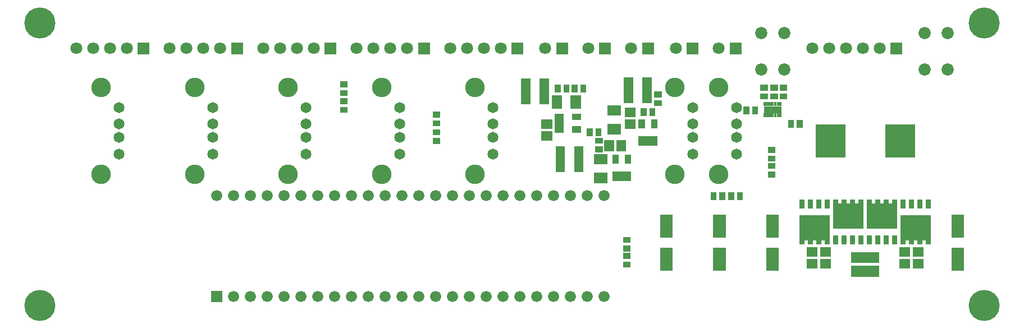
<source format=gbr>
G04 start of page 8 for group -4063 idx -4063 *
G04 Title: uart, componentmask *
G04 Creator: pcb 20140316 *
G04 CreationDate: Wed 16 Jan 2019 07:50:34 AM GMT UTC *
G04 For: brian *
G04 Format: Gerber/RS-274X *
G04 PCB-Dimensions (mil): 9000.00 5000.00 *
G04 PCB-Coordinate-Origin: lower left *
%MOIN*%
%FSLAX25Y25*%
%LNTOPMASK*%
%ADD169R,0.0138X0.0138*%
%ADD168R,0.0236X0.0236*%
%ADD167R,0.1772X0.1772*%
%ADD166R,0.0650X0.0650*%
%ADD165R,0.0221X0.0221*%
%ADD164R,0.0402X0.0402*%
%ADD163R,0.0614X0.0614*%
%ADD162R,0.0551X0.0551*%
%ADD161R,0.0380X0.0380*%
%ADD160R,0.0355X0.0355*%
%ADD159R,0.0572X0.0572*%
%ADD158R,0.0748X0.0748*%
%ADD157R,0.1516X0.1516*%
%ADD156R,0.0294X0.0294*%
%ADD155R,0.0200X0.0200*%
%ADD154R,0.0280X0.0280*%
%ADD153C,0.0660*%
%ADD152C,0.1161*%
%ADD151C,0.0650*%
%ADD150C,0.1850*%
%ADD149C,0.0728*%
%ADD148C,0.0710*%
%ADD147C,0.0001*%
G54D147*G36*
X645950Y368550D02*Y361450D01*
X653050D01*
Y368550D01*
X645950D01*
G37*
G54D148*X639500Y365000D03*
G54D149*X666110Y374000D03*
X679890D03*
X666110Y352346D03*
X679890D03*
G54D148*X629500Y365000D03*
X619500D03*
G54D150*X701500Y380000D03*
Y212000D03*
G54D148*X609500Y365000D03*
G54D147*G36*
X524950Y368550D02*Y361450D01*
X532050D01*
Y368550D01*
X524950D01*
G37*
G54D148*X518500Y365000D03*
G54D147*G36*
X550450Y368550D02*Y361450D01*
X557550D01*
Y368550D01*
X550450D01*
G37*
G54D148*X544000Y365000D03*
X599500D03*
G54D149*X569110Y374000D03*
X582890D03*
Y352346D03*
X569110D03*
G54D151*X554500Y329780D03*
Y312063D03*
X528500D03*
X554500Y302220D03*
G54D152*X543831Y290134D03*
G54D151*X528500Y302220D03*
G54D152*X517831Y290134D03*
G54D151*X554500Y319937D03*
G54D152*X543831Y341866D03*
G54D151*X528500Y329780D03*
Y319937D03*
G54D152*X517831Y341866D03*
G54D147*G36*
X242700Y220800D02*Y214200D01*
X249300D01*
Y220800D01*
X242700D01*
G37*
G54D153*X256000Y217500D03*
X266000D03*
X276000D03*
X286000D03*
X296000D03*
X306000D03*
X316000D03*
X326000D03*
X336000D03*
X346000D03*
X356000D03*
X366000D03*
X376000D03*
X386000D03*
X396000D03*
X406000D03*
X416000D03*
X406000Y277500D03*
X396000D03*
X386000D03*
X376000D03*
X366000D03*
X356000D03*
X346000D03*
X336000D03*
X326000D03*
X316000D03*
X306000D03*
X296000D03*
X286000D03*
X276000D03*
X266000D03*
X256000D03*
X246000D03*
X426000Y217500D03*
X436000D03*
X446000D03*
X456000D03*
X466000D03*
X476000D03*
Y277500D03*
X466000D03*
X456000D03*
X446000D03*
X436000D03*
X426000D03*
X416000D03*
G54D151*X410000Y329780D03*
G54D152*X399331Y341866D03*
G54D151*X410000Y319937D03*
Y312063D03*
Y302220D03*
G54D152*X399331Y290134D03*
G54D147*G36*
X447450Y368550D02*Y361450D01*
X454550D01*
Y368550D01*
X447450D01*
G37*
G54D148*X441000Y365000D03*
G54D147*G36*
X420950Y368550D02*Y361450D01*
X428050D01*
Y368550D01*
X420950D01*
G37*
G54D148*X414500Y365000D03*
G54D147*G36*
X472950Y368550D02*Y361450D01*
X480050D01*
Y368550D01*
X472950D01*
G37*
G54D148*X466500Y365000D03*
G54D147*G36*
X498450Y368550D02*Y361450D01*
X505550D01*
Y368550D01*
X498450D01*
G37*
G54D148*X492000Y365000D03*
X404500D03*
X394500D03*
X384500D03*
G54D147*G36*
X365450Y368550D02*Y361450D01*
X372550D01*
Y368550D01*
X365450D01*
G37*
G54D148*X359000Y365000D03*
X349000D03*
X339000D03*
X329000D03*
G54D151*X354500Y329780D03*
G54D152*X343831Y341866D03*
G54D147*G36*
X309950Y368550D02*Y361450D01*
X317050D01*
Y368550D01*
X309950D01*
G37*
G54D148*X303500Y365000D03*
X293500D03*
X283500D03*
X273500D03*
G54D147*G36*
X254450Y368550D02*Y361450D01*
X261550D01*
Y368550D01*
X254450D01*
G37*
G54D148*X248000Y365000D03*
X238000D03*
X228000D03*
X218000D03*
G54D147*G36*
X198950Y368550D02*Y361450D01*
X206050D01*
Y368550D01*
X198950D01*
G37*
G54D148*X192500Y365000D03*
X182500D03*
X172500D03*
X162500D03*
G54D150*X141000Y380000D03*
G54D151*X354500Y319937D03*
X299000D03*
Y312063D03*
Y302220D03*
G54D152*X288331Y290134D03*
G54D151*X354500Y312063D03*
Y302220D03*
G54D152*X343831Y290134D03*
G54D151*X299000Y329780D03*
G54D152*X288331Y341866D03*
G54D151*X243500Y329780D03*
Y319937D03*
Y312063D03*
Y302220D03*
X188000D03*
G54D152*X232831Y341866D03*
G54D151*X188000Y329780D03*
Y319937D03*
Y312063D03*
G54D152*X177331Y341866D03*
X232831Y290134D03*
X177331D03*
G54D150*X141000Y212000D03*
G54D154*X593500Y264476D02*Y249791D01*
G54D155*Y251051D02*Y250035D01*
G54D154*X598500Y264476D02*Y249791D01*
G54D155*Y251051D02*Y250035D01*
G54D156*X594823Y256803D02*Y254646D01*
Y263276D02*Y261118D01*
G54D154*X603500Y264476D02*Y249791D01*
G54D155*Y251051D02*Y250035D01*
G54D154*X608500Y264476D02*Y249791D01*
G54D155*Y251051D02*Y250035D01*
G54D157*X599681Y258295D02*X602319D01*
G54D156*X598941Y256803D02*Y254646D01*
Y263276D02*Y261118D01*
X603059Y256803D02*Y254646D01*
G54D154*X628500Y273709D02*Y259024D01*
G54D155*Y273465D02*Y272449D01*
G54D154*X623500Y273709D02*Y259024D01*
G54D155*Y273465D02*Y272449D01*
G54D154*X618500Y273709D02*Y259024D01*
G54D155*Y273465D02*Y272449D01*
G54D154*X613500Y273709D02*Y259024D01*
G54D156*X614823Y268854D02*Y266697D01*
Y262382D02*Y260224D01*
X627177Y268854D02*Y266697D01*
Y262382D02*Y260224D01*
G54D157*X619681Y265205D02*X622319D01*
G54D156*X623059Y268854D02*Y266697D01*
Y262382D02*Y260224D01*
X618941Y268854D02*Y266697D01*
Y262382D02*Y260224D01*
G54D155*X613500Y273465D02*Y272449D01*
G54D154*X608500Y273752D02*Y271146D01*
G54D156*X603059Y263276D02*Y261118D01*
X607177Y256803D02*Y254646D01*
Y263276D02*Y261118D01*
G54D158*X544500Y262492D02*Y256193D01*
X576000Y262492D02*Y256193D01*
Y242807D02*Y236508D01*
G54D159*X607107Y244043D02*X607893D01*
X607107Y236957D02*X607893D01*
X599107Y244043D02*X599893D01*
X599107Y236957D02*X599893D01*
G54D158*X513000Y262492D02*Y256193D01*
Y242807D02*Y236508D01*
X544500Y242807D02*Y236508D01*
G54D160*X489008Y245941D02*X489992D01*
X489008Y251059D02*X489992D01*
X489008Y241559D02*X489992D01*
X489008Y236441D02*X489992D01*
G54D161*X498300Y310700D02*Y309100D01*
X502000Y310700D02*Y309100D01*
X505700Y310700D02*Y309100D01*
G54D162*X429488Y344421D02*Y334579D01*
G54D159*X441607Y312957D02*X442393D01*
X441607Y320043D02*X442393D01*
G54D161*X448600Y316800D02*X450200D01*
X448600Y324200D02*X450200D01*
X448600Y320500D02*X450200D01*
X458800Y316800D02*X460400D01*
X458800Y324200D02*X460400D01*
G54D163*X481094Y316870D02*X482906D01*
G54D160*X467441Y315492D02*Y314508D01*
X472559Y315492D02*Y314508D01*
G54D161*X505700Y320900D02*Y319300D01*
X498300Y320900D02*Y319300D01*
G54D159*X491107Y319957D02*X491893D01*
G54D160*X448441Y341492D02*Y340508D01*
G54D163*X447870Y333906D02*Y332094D01*
G54D162*X449988Y303921D02*Y294079D01*
X440512Y344421D02*Y334579D01*
G54D160*X453559Y341492D02*Y340508D01*
X458441Y341492D02*Y340508D01*
X463559Y341492D02*Y340508D01*
G54D163*X459130Y333906D02*Y332094D01*
G54D162*X461012Y303921D02*Y294079D01*
G54D163*X473094Y287870D02*X474906D01*
X473094Y299130D02*X474906D01*
G54D160*X472508Y310059D02*X473492D01*
G54D163*X481094Y328130D02*X482906D01*
G54D160*X472508Y304941D02*X473492D01*
G54D159*X478957Y307393D02*Y306607D01*
X486043Y307393D02*Y306607D01*
G54D161*X482800Y289700D02*Y288100D01*
X486500Y289700D02*Y288100D01*
X490200Y289700D02*Y288100D01*
Y299900D02*Y298300D01*
X482800Y299900D02*Y298300D01*
G54D162*X490488Y344921D02*Y335079D01*
X501512Y344921D02*Y335079D01*
G54D160*X504559Y327492D02*Y326508D01*
X499441Y327492D02*Y326508D01*
X507508Y337559D02*X508492D01*
X507508Y332441D02*X508492D01*
G54D159*X491107Y327043D02*X491893D01*
G54D164*X572850Y328500D02*X579150D01*
G54D160*X560441Y328492D02*Y327508D01*
X565559Y328492D02*Y327508D01*
X586941Y320492D02*Y319508D01*
X592059Y320492D02*Y319508D01*
X582008Y336441D02*X582992D01*
X582008Y341559D02*X582992D01*
X570508Y336441D02*X571492D01*
X570508Y341559D02*X571492D01*
X576508Y336441D02*X577492D01*
X576508Y341559D02*X577492D01*
X376008Y315059D02*X376992D01*
X376008Y309941D02*X376992D01*
X376008Y320441D02*X376992D01*
X376008Y325559D02*X376992D01*
X321008Y333559D02*X321992D01*
X321008Y338441D02*X321992D01*
X321008Y328441D02*X321992D01*
X321008Y343559D02*X321992D01*
G54D154*X593500Y273752D02*Y271146D01*
G54D165*Y273858D02*Y271850D01*
G54D154*X598500Y273752D02*Y271146D01*
G54D165*Y273858D02*Y271850D01*
G54D154*X603500Y273752D02*Y271146D01*
G54D165*Y273858D02*Y271850D01*
X608500Y273858D02*Y271850D01*
G54D160*X546059Y277492D02*Y276508D01*
X551441Y277492D02*Y276508D01*
X556559Y277492D02*Y276508D01*
X540941Y277492D02*Y276508D01*
G54D166*X625882Y240634D02*X636118D01*
X625882Y232366D02*X636118D01*
G54D154*X628500Y252354D02*Y249748D01*
G54D165*Y251650D02*Y249642D01*
G54D154*X638500Y252354D02*Y249748D01*
G54D165*Y251650D02*Y249642D01*
G54D154*X633500Y252354D02*Y249748D01*
G54D165*Y251650D02*Y249642D01*
G54D154*X623500Y252354D02*Y249748D01*
G54D165*Y251650D02*Y249642D01*
G54D154*X618500Y252354D02*Y249748D01*
G54D165*Y251650D02*Y249642D01*
G54D154*X613500Y252354D02*Y249748D01*
G54D165*Y251650D02*Y249642D01*
G54D154*X658500Y264476D02*Y249791D01*
G54D156*X658941Y256803D02*Y254646D01*
Y263276D02*Y261118D01*
G54D154*X668500Y264476D02*Y249791D01*
G54D155*Y251051D02*Y250035D01*
G54D157*X659681Y258295D02*X662319D01*
G54D156*X654823Y263276D02*Y261118D01*
X663059Y263276D02*Y261118D01*
X667177Y256803D02*Y254646D01*
Y263276D02*Y261118D01*
G54D154*X653500Y264476D02*Y249791D01*
G54D155*Y251051D02*Y250035D01*
G54D156*X654823Y256803D02*Y254646D01*
G54D159*X654107Y244043D02*X654893D01*
X654107Y236957D02*X654893D01*
G54D155*X658500Y251051D02*Y250035D01*
G54D154*X663500Y264476D02*Y249791D01*
G54D155*Y251051D02*Y250035D01*
G54D156*X663059Y256803D02*Y254646D01*
G54D159*X662107Y244043D02*X662893D01*
X662107Y236957D02*X662893D01*
G54D154*X648500Y252354D02*Y249748D01*
G54D165*Y251650D02*Y249642D01*
G54D154*X643500Y252354D02*Y249748D01*
G54D165*Y251650D02*Y249642D01*
G54D154*X653500Y273752D02*Y271146D01*
G54D165*Y273858D02*Y271850D01*
G54D154*X658500Y273752D02*Y271146D01*
G54D165*Y273858D02*Y271850D01*
G54D154*X663500Y273752D02*Y271146D01*
G54D165*Y273858D02*Y271850D01*
G54D154*X668500Y273752D02*Y271146D01*
G54D165*Y273858D02*Y271850D01*
G54D154*X648500Y273709D02*Y259024D01*
G54D156*X647177Y268854D02*Y266697D01*
Y262382D02*Y260224D01*
G54D154*X638500Y273709D02*Y259024D01*
G54D155*Y273465D02*Y272449D01*
G54D154*X633500Y273709D02*Y259024D01*
G54D155*Y273465D02*Y272449D01*
G54D156*X634823Y268854D02*Y266697D01*
Y262382D02*Y260224D01*
G54D157*X639681Y265205D02*X642319D01*
G54D156*X643059Y268854D02*Y266697D01*
Y262382D02*Y260224D01*
X638941Y268854D02*Y266697D01*
Y262382D02*Y260224D01*
G54D155*X648500Y273465D02*Y272449D01*
G54D154*X643500Y273709D02*Y259024D01*
G54D155*Y273465D02*Y272449D01*
G54D158*X686000Y262492D02*Y256193D01*
Y242807D02*Y236508D01*
G54D167*X610331Y310984D02*Y309016D01*
G54D160*X575008Y295059D02*X575992D01*
X575008Y289941D02*X575992D01*
X575008Y299441D02*X575992D01*
X575008Y304559D02*X575992D01*
G54D167*X651669Y310984D02*Y309016D01*
G54D168*X571768Y325154D02*X572358D01*
G54D169*X574425Y325646D02*Y324661D01*
X576000Y325646D02*Y324661D01*
X577575Y325646D02*Y324661D01*
G54D168*X579642Y325154D02*X580232D01*
X579642Y331846D02*X580232D01*
G54D169*X577575Y332339D02*Y331354D01*
X576000Y332339D02*Y331354D01*
X574425Y332339D02*Y331354D01*
G54D168*X571768Y331846D02*X572358D01*
M02*

</source>
